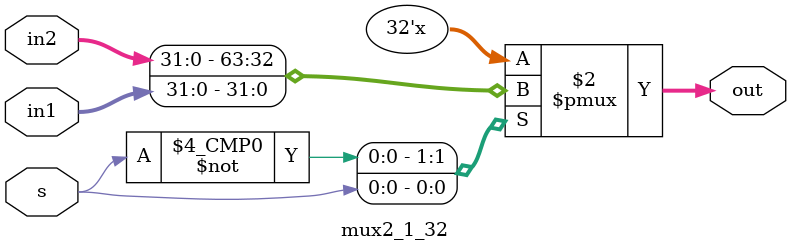
<source format=v>
`timescale 1ns/1ns

module mux2_1_32(
    input [31:0]in1,
    input [31:0]in2,
    input s,
    output reg[31:0]out

);

always @* 
begin
    case(s)
      1'b0:
      begin
        out <= in2;
      end
      1'b1:
      begin
        out <= in1;
      end
    endcase
end

endmodule

</source>
